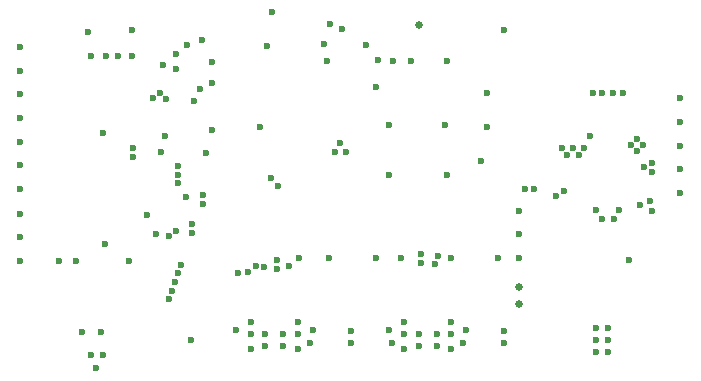
<source format=gbr>
G04 EAGLE Gerber RS-274X export*
G75*
%MOMM*%
%FSLAX34Y34*%
%LPD*%
%INVias*%
%IPPOS*%
%AMOC8*
5,1,8,0,0,1.08239X$1,22.5*%
G01*
%ADD10C,0.600000*%
%ADD11C,0.650000*%


D10*
X152047Y247000D03*
X189480Y101500D03*
X130640Y79360D03*
X120000Y135000D03*
X276000Y211500D03*
X414520Y307000D03*
X208000Y225000D03*
X281000Y204000D03*
X271500Y204000D03*
X136500Y274000D03*
X136500Y287500D03*
X76461Y126461D03*
D11*
X342571Y311679D03*
D10*
X158774Y298726D03*
X167500Y262500D03*
X99500Y307500D03*
X213615Y293615D03*
X522500Y210000D03*
X527500Y205000D03*
X532500Y210000D03*
X527500Y215000D03*
X382500Y53500D03*
X380000Y42500D03*
X370000Y37500D03*
X507500Y147500D03*
X497500Y147500D03*
X492500Y155000D03*
X477859Y201859D03*
X473000Y207230D03*
X467888Y201888D03*
X463388Y207388D03*
X252500Y53500D03*
X250000Y42500D03*
X240000Y37500D03*
X330000Y37500D03*
X320000Y42500D03*
X317500Y53500D03*
X187500Y53500D03*
X200000Y37500D03*
X415000Y52500D03*
X415000Y42500D03*
X285000Y52500D03*
X285000Y42500D03*
X365000Y227000D03*
X317000Y227000D03*
X145000Y166000D03*
X162000Y203000D03*
X317000Y185000D03*
X366000Y185000D03*
X112000Y151000D03*
X124000Y204000D03*
X62000Y306000D03*
X5000Y293000D03*
X5000Y273000D03*
X5000Y253000D03*
X5000Y233000D03*
X5000Y213000D03*
X5000Y193000D03*
X5000Y173000D03*
X5000Y152000D03*
X5000Y132000D03*
X5000Y112000D03*
X37500Y112000D03*
X52500Y112000D03*
X97500Y112000D03*
X241000Y114500D03*
X266000Y114500D03*
X306000Y114500D03*
X327000Y114500D03*
X369500Y114500D03*
X409500Y114500D03*
X265000Y281000D03*
X321000Y281000D03*
X336000Y281000D03*
X366000Y281000D03*
D11*
X427500Y75000D03*
X427500Y90000D03*
D10*
X427500Y154500D03*
X427500Y134500D03*
X427500Y114500D03*
X126000Y277500D03*
X564000Y249500D03*
X564000Y229500D03*
X564000Y209500D03*
X564000Y189500D03*
X564000Y169500D03*
X395000Y196700D03*
X400000Y225000D03*
X400000Y253900D03*
X100500Y207500D03*
X100500Y200000D03*
X127500Y217500D03*
X130569Y132653D03*
X145964Y295000D03*
X141226Y108774D03*
X136710Y137500D03*
X262500Y295730D03*
X128774Y248726D03*
X138581Y101504D03*
X223000Y175000D03*
X217500Y182500D03*
X160000Y160000D03*
X160000Y167500D03*
X540000Y195000D03*
X540000Y187000D03*
X533000Y191000D03*
X465149Y171230D03*
X440141Y172641D03*
X497893Y254030D03*
X515000Y254030D03*
X458868Y167230D03*
X432500Y172500D03*
X490000Y254030D03*
X507107Y254030D03*
X277500Y308230D03*
X297770Y295000D03*
X482500Y207500D03*
X487770Y217790D03*
X520000Y112500D03*
X492500Y55000D03*
X502500Y55000D03*
X492500Y45000D03*
X502500Y45000D03*
X492500Y35000D03*
X502500Y35000D03*
X65000Y32500D03*
X75000Y32500D03*
X99730Y285000D03*
X87500Y285000D03*
X77500Y285000D03*
X65000Y285000D03*
X512230Y155000D03*
X308042Y282000D03*
X305814Y259150D03*
X138350Y192500D03*
X167500Y280000D03*
X157347Y257770D03*
X138350Y177500D03*
X167500Y222500D03*
X75000Y220000D03*
X138350Y185000D03*
X150000Y45000D03*
X222230Y105000D03*
X211690Y106643D03*
X355973Y108987D03*
X344730Y110000D03*
X344730Y118051D03*
X358743Y116257D03*
X133163Y86837D03*
X150770Y143176D03*
X135936Y94234D03*
X150770Y135723D03*
X204420Y107770D03*
X222230Y112500D03*
X197960Y102500D03*
X232770Y107500D03*
X117770Y249449D03*
X123633Y253867D03*
X218500Y322500D03*
X267500Y312500D03*
X357500Y50000D03*
X357500Y40000D03*
X370020Y60000D03*
X370020Y50000D03*
X329980Y60000D03*
X329980Y50000D03*
X342500Y50000D03*
X342500Y40000D03*
X227500Y50000D03*
X227500Y40000D03*
X240020Y60000D03*
X240020Y50000D03*
X199980Y60000D03*
X199980Y50000D03*
X212500Y50000D03*
X212500Y40000D03*
X56960Y52000D03*
X69080Y20920D03*
X73230Y52000D03*
X530000Y159000D03*
X538000Y163000D03*
X540000Y154000D03*
M02*

</source>
